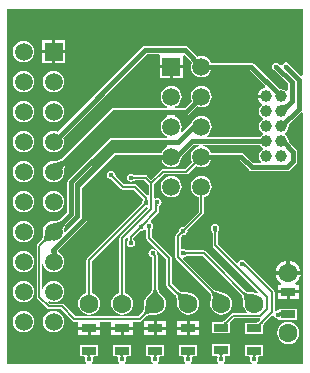
<source format=gtl>
G04 Layer_Physical_Order=1*
G04 Layer_Color=255*
%FSLAX25Y25*%
%MOIN*%
G70*
G01*
G75*
%ADD10R,0.05118X0.02756*%
%ADD11C,0.00787*%
%ADD12C,0.01575*%
%ADD13C,0.00591*%
%ADD14R,0.05905X0.05905*%
%ADD15C,0.05905*%
%ADD16R,0.05905X0.05905*%
%ADD17C,0.06299*%
%ADD18C,0.03937*%
%ADD19C,0.01772*%
G36*
X154165Y173195D02*
X153716Y173009D01*
X152996Y172457D01*
X152444Y171737D01*
X152264Y171305D01*
X136929D01*
X136430Y171205D01*
X136007Y170923D01*
X125259Y160175D01*
X124976Y159752D01*
X124877Y159253D01*
Y149556D01*
X120098Y144777D01*
X119819Y144914D01*
X119667Y145052D01*
X119672Y145356D01*
X119693Y145656D01*
X119730Y145935D01*
X119782Y146193D01*
X119849Y146430D01*
X119929Y146647D01*
X120023Y146844D01*
X120129Y147023D01*
X120248Y147185D01*
X120398Y147351D01*
X120410Y147384D01*
X122970Y149944D01*
X123252Y150367D01*
X123352Y150866D01*
Y160877D01*
X136170Y173695D01*
X154066D01*
X154165Y173195D01*
D02*
G37*
G36*
X120003Y147708D02*
X119834Y147522D01*
X119684Y147317D01*
X119552Y147095D01*
X119438Y146854D01*
X119342Y146595D01*
X119264Y146318D01*
X119204Y146023D01*
X119163Y145710D01*
X119139Y145379D01*
X119134Y145029D01*
X116211Y147953D01*
X116560Y147958D01*
X116891Y147982D01*
X117204Y148023D01*
X117499Y148083D01*
X117776Y148161D01*
X118035Y148257D01*
X118276Y148371D01*
X118498Y148503D01*
X118703Y148653D01*
X118889Y148822D01*
X120003Y147708D01*
D02*
G37*
G36*
X172744Y104146D02*
X172677Y104122D01*
X172618Y104083D01*
X172567Y104028D01*
X172524Y103957D01*
X172488Y103870D01*
X172461Y103768D01*
X172441Y103650D01*
X172432Y103548D01*
X172434Y103517D01*
X172446Y103435D01*
X172462Y103359D01*
X172483Y103287D01*
X172508Y103221D01*
X172538Y103159D01*
X172573Y103103D01*
X172612Y103052D01*
X172656Y103006D01*
X171416Y102984D01*
X171458Y103031D01*
X171496Y103084D01*
X171529Y103141D01*
X171558Y103203D01*
X171582Y103270D01*
X171602Y103342D01*
X171618Y103419D01*
X171629Y103501D01*
X171632Y103539D01*
X171622Y103650D01*
X171602Y103768D01*
X171575Y103870D01*
X171539Y103957D01*
X171496Y104028D01*
X171445Y104083D01*
X171386Y104122D01*
X171319Y104146D01*
X171244Y104154D01*
X172819D01*
X172744Y104146D01*
D02*
G37*
G36*
X183744Y103886D02*
X183677Y103862D01*
X183618Y103823D01*
X183567Y103768D01*
X183524Y103697D01*
X183488Y103610D01*
X183461Y103508D01*
X183449Y103436D01*
X183463Y103370D01*
X183484Y103299D01*
X183510Y103233D01*
X183541Y103173D01*
X183577Y103117D01*
X183617Y103067D01*
X183662Y103022D01*
X182423Y102967D01*
X182464Y103015D01*
X182501Y103068D01*
X182533Y103126D01*
X182561Y103189D01*
X182584Y103256D01*
X182604Y103329D01*
X182618Y103406D01*
X182619Y103409D01*
X182602Y103508D01*
X182575Y103610D01*
X182539Y103697D01*
X182496Y103768D01*
X182445Y103823D01*
X182386Y103862D01*
X182319Y103886D01*
X182244Y103894D01*
X183819D01*
X183744Y103886D01*
D02*
G37*
G36*
X147443Y155761D02*
X147450Y155674D01*
X147461Y155593D01*
X147477Y155516D01*
X147497Y155444D01*
X147522Y155377D01*
X147552Y155316D01*
X147586Y155259D01*
X147624Y155207D01*
X147667Y155160D01*
X146427D01*
X146470Y155207D01*
X146509Y155259D01*
X146543Y155316D01*
X146572Y155377D01*
X146597Y155444D01*
X146617Y155516D01*
X146633Y155593D01*
X146644Y155674D01*
X146651Y155761D01*
X146653Y155853D01*
X147441D01*
X147443Y155761D01*
D02*
G37*
G36*
X136322Y163707D02*
X136331Y163643D01*
X136347Y163579D01*
X136370Y163515D01*
X136400Y163450D01*
X136436Y163385D01*
X136479Y163319D01*
X136529Y163253D01*
X136585Y163187D01*
X136648Y163121D01*
X136092Y162564D01*
X136025Y162627D01*
X135959Y162684D01*
X135893Y162734D01*
X135828Y162777D01*
X135763Y162813D01*
X135698Y162843D01*
X135634Y162865D01*
X135569Y162882D01*
X135505Y162891D01*
X135442Y162894D01*
X136319Y163771D01*
X136322Y163707D01*
D02*
G37*
G36*
X146449Y147217D02*
X146386Y147150D01*
X146331Y147084D01*
X146282Y147018D01*
X146242Y146952D01*
X146209Y146887D01*
X146183Y146822D01*
X146165Y146758D01*
X146154Y146694D01*
X146150Y146630D01*
X146154Y146567D01*
X145183Y147338D01*
X145244Y147347D01*
X145306Y147362D01*
X145369Y147384D01*
X145432Y147411D01*
X145495Y147445D01*
X145559Y147484D01*
X145624Y147530D01*
X145689Y147581D01*
X145821Y147702D01*
X146449Y147217D01*
D02*
G37*
G36*
X151062Y153882D02*
X151010Y153860D01*
X150963Y153831D01*
X150922Y153793D01*
X150886Y153747D01*
X150856Y153694D01*
X150831Y153632D01*
X150812Y153563D01*
X150798Y153486D01*
X150790Y153400D01*
X150787Y153307D01*
X150000Y153787D01*
X150000Y153886D01*
X149973Y154353D01*
X149965Y154388D01*
X149957Y154415D01*
X151062Y153882D01*
D02*
G37*
G36*
X116182Y144213D02*
X116127Y144202D01*
X116055Y144169D01*
X115966Y144115D01*
X115860Y144039D01*
X115596Y143821D01*
X115073Y143332D01*
X114969Y143230D01*
X116152Y142047D01*
X115700Y142045D01*
X114896Y141999D01*
X114545Y141955D01*
X114227Y141897D01*
X113942Y141825D01*
X113691Y141740D01*
X113473Y141640D01*
X113288Y141527D01*
X113137Y141400D01*
X112581Y141956D01*
X112708Y142107D01*
X112821Y142292D01*
X112921Y142510D01*
X113006Y142761D01*
X113078Y143045D01*
X113136Y143364D01*
X113180Y143715D01*
X113226Y144519D01*
X113228Y144971D01*
X114411Y143788D01*
X114513Y143891D01*
X115296Y144785D01*
X115350Y144874D01*
X115383Y144946D01*
X115394Y145001D01*
X116182Y144213D01*
D02*
G37*
G36*
X150744Y103886D02*
X150677Y103862D01*
X150618Y103823D01*
X150567Y103768D01*
X150524Y103697D01*
X150488Y103610D01*
X150461Y103508D01*
X150449Y103440D01*
X150461Y103382D01*
X150482Y103310D01*
X150507Y103244D01*
X150536Y103182D01*
X150570Y103125D01*
X150609Y103073D01*
X150652Y103026D01*
X149411D01*
X149454Y103073D01*
X149493Y103125D01*
X149527Y103182D01*
X149556Y103244D01*
X149581Y103310D01*
X149602Y103382D01*
X149614Y103440D01*
X149602Y103508D01*
X149575Y103610D01*
X149539Y103697D01*
X149496Y103768D01*
X149445Y103823D01*
X149386Y103862D01*
X149319Y103886D01*
X149244Y103894D01*
X150819D01*
X150744Y103886D01*
D02*
G37*
G36*
X161736D02*
X161669Y103862D01*
X161610Y103823D01*
X161559Y103768D01*
X161516Y103697D01*
X161480Y103610D01*
X161453Y103508D01*
X161439Y103423D01*
X161453Y103351D01*
X161474Y103279D01*
X161499Y103212D01*
X161528Y103150D01*
X161562Y103094D01*
X161601Y103042D01*
X161644Y102995D01*
X160404D01*
X160447Y103042D01*
X160485Y103094D01*
X160519Y103150D01*
X160548Y103212D01*
X160573Y103279D01*
X160594Y103351D01*
X160609Y103423D01*
X160594Y103508D01*
X160567Y103610D01*
X160531Y103697D01*
X160488Y103768D01*
X160437Y103823D01*
X160378Y103862D01*
X160311Y103886D01*
X160236Y103894D01*
X161811D01*
X161736Y103886D01*
D02*
G37*
G36*
X150000Y117850D02*
X149511Y117848D01*
X148265Y117755D01*
X147923Y117694D01*
X147618Y117620D01*
X147349Y117531D01*
X147117Y117427D01*
X146922Y117308D01*
X146764Y117176D01*
X146207Y117733D01*
X146340Y117891D01*
X146458Y118086D01*
X146562Y118318D01*
X146651Y118586D01*
X146726Y118892D01*
X146786Y119234D01*
X146832Y119612D01*
X146880Y120480D01*
X146882Y120968D01*
X150000Y117850D01*
D02*
G37*
G36*
X157922Y124691D02*
X158117Y124573D01*
X158349Y124469D01*
X158618Y124380D01*
X158923Y124305D01*
X159265Y124245D01*
X159644Y124199D01*
X160511Y124152D01*
X161000Y124150D01*
X157882Y121031D01*
X157880Y121520D01*
X157786Y122766D01*
X157726Y123108D01*
X157651Y123414D01*
X157562Y123682D01*
X157458Y123914D01*
X157340Y124109D01*
X157207Y124267D01*
X157764Y124824D01*
X157922Y124691D01*
D02*
G37*
G36*
X128665Y103886D02*
X128598Y103862D01*
X128539Y103823D01*
X128488Y103768D01*
X128445Y103697D01*
X128409Y103610D01*
X128382Y103508D01*
X128368Y103423D01*
X128383Y103351D01*
X128403Y103279D01*
X128428Y103212D01*
X128457Y103150D01*
X128491Y103094D01*
X128530Y103042D01*
X128573Y102995D01*
X127333D01*
X127376Y103042D01*
X127414Y103094D01*
X127448Y103150D01*
X127478Y103212D01*
X127503Y103279D01*
X127523Y103351D01*
X127538Y103423D01*
X127524Y103508D01*
X127496Y103610D01*
X127461Y103697D01*
X127417Y103768D01*
X127366Y103823D01*
X127307Y103862D01*
X127240Y103886D01*
X127165Y103894D01*
X128740D01*
X128665Y103886D01*
D02*
G37*
G36*
X116973Y138799D02*
X117009Y138422D01*
X117041Y138261D01*
X117081Y138118D01*
X117131Y137994D01*
X117190Y137888D01*
X117257Y137800D01*
X117334Y137731D01*
X117420Y137680D01*
X114942D01*
X115028Y137731D01*
X115105Y137800D01*
X115173Y137888D01*
X115231Y137994D01*
X115281Y138118D01*
X115322Y138261D01*
X115353Y138422D01*
X115376Y138601D01*
X115389Y138799D01*
X115394Y139015D01*
X116969D01*
X116973Y138799D01*
D02*
G37*
G36*
X150443Y125809D02*
X150498Y125587D01*
X150588Y125350D01*
X150715Y125097D01*
X150878Y124828D01*
X151077Y124544D01*
X151313Y124244D01*
X151892Y123597D01*
X152236Y123249D01*
X147827D01*
X148171Y123597D01*
X148986Y124544D01*
X149185Y124828D01*
X149348Y125097D01*
X149475Y125350D01*
X149565Y125587D01*
X149620Y125809D01*
X149638Y126015D01*
X150425D01*
X150443Y125809D01*
D02*
G37*
G36*
X139689Y103886D02*
X139622Y103862D01*
X139563Y103823D01*
X139512Y103768D01*
X139469Y103697D01*
X139433Y103610D01*
X139406Y103508D01*
X139391Y103423D01*
X139406Y103351D01*
X139427Y103279D01*
X139452Y103212D01*
X139481Y103150D01*
X139515Y103094D01*
X139553Y103042D01*
X139596Y102995D01*
X138356D01*
X138399Y103042D01*
X138438Y103094D01*
X138472Y103150D01*
X138501Y103212D01*
X138526Y103279D01*
X138547Y103351D01*
X138561Y103423D01*
X138547Y103508D01*
X138520Y103610D01*
X138484Y103697D01*
X138441Y103768D01*
X138390Y103823D01*
X138331Y103862D01*
X138264Y103886D01*
X138189Y103894D01*
X139764D01*
X139689Y103886D01*
D02*
G37*
G36*
X120003Y167708D02*
X119834Y167522D01*
X119684Y167317D01*
X119552Y167095D01*
X119438Y166854D01*
X119342Y166595D01*
X119264Y166318D01*
X119204Y166023D01*
X119163Y165710D01*
X119139Y165379D01*
X119134Y165030D01*
X116211Y167953D01*
X116560Y167958D01*
X116891Y167982D01*
X117204Y168023D01*
X117499Y168083D01*
X117776Y168161D01*
X118035Y168257D01*
X118276Y168371D01*
X118498Y168503D01*
X118703Y168653D01*
X118889Y168822D01*
X120003Y167708D01*
D02*
G37*
G36*
X165453Y169213D02*
X165399Y169202D01*
X165327Y169169D01*
X165238Y169115D01*
X165131Y169039D01*
X164868Y168821D01*
X164344Y168332D01*
X164135Y168126D01*
X163579Y168683D01*
X163785Y168891D01*
X164567Y169785D01*
X164622Y169874D01*
X164655Y169946D01*
X164665Y170001D01*
X165453Y169213D01*
D02*
G37*
G36*
X194794Y186574D02*
X194659Y186431D01*
X194539Y186286D01*
X194434Y186138D01*
X194342Y185989D01*
X194265Y185836D01*
X194202Y185682D01*
X194154Y185525D01*
X194120Y185365D01*
X194100Y185204D01*
X194094Y185039D01*
X192146Y186988D01*
X192310Y186994D01*
X192472Y187013D01*
X192631Y187048D01*
X192788Y187096D01*
X192943Y187159D01*
X193095Y187236D01*
X193245Y187327D01*
X193392Y187433D01*
X193537Y187553D01*
X193680Y187687D01*
X194794Y186574D01*
D02*
G37*
G36*
X199197Y197056D02*
X198697Y196849D01*
X194980Y200566D01*
X194694Y200993D01*
X194238Y201298D01*
X193701Y201405D01*
X193163Y201298D01*
X192707Y200993D01*
X192429Y200576D01*
X192324Y200499D01*
X191921Y200377D01*
X191732Y200566D01*
X191446Y200993D01*
X190990Y201298D01*
X190453Y201405D01*
X189915Y201298D01*
X189459Y200993D01*
X189155Y200538D01*
X189048Y200000D01*
X189155Y199462D01*
X189459Y199006D01*
X189887Y198721D01*
X194266Y194342D01*
Y192077D01*
X193766Y191883D01*
X193086Y192338D01*
X192126Y192528D01*
X191572Y192418D01*
X183068Y200922D01*
X182645Y201205D01*
X182146Y201305D01*
X168641D01*
X168462Y201737D01*
X167910Y202457D01*
X167190Y203009D01*
X166352Y203356D01*
X165453Y203475D01*
X164553Y203356D01*
X164121Y203177D01*
X160863Y206434D01*
X160440Y206717D01*
X159941Y206816D01*
X146693D01*
X146194Y206717D01*
X145770Y206434D01*
X117513Y178177D01*
X117080Y178356D01*
X116181Y178475D01*
X115282Y178356D01*
X114444Y178009D01*
X113724Y177457D01*
X113172Y176737D01*
X112825Y175899D01*
X112706Y175000D01*
X112825Y174101D01*
X113172Y173263D01*
X113724Y172543D01*
X114444Y171991D01*
X115282Y171644D01*
X116181Y171525D01*
X117080Y171644D01*
X117918Y171991D01*
X118638Y172543D01*
X119190Y173263D01*
X119537Y174101D01*
X119656Y175000D01*
X119537Y175899D01*
X119358Y176332D01*
X147233Y204207D01*
X151128D01*
X151516Y203937D01*
X151516Y203707D01*
Y200591D01*
X159390D01*
Y203511D01*
X159890Y203718D01*
X162276Y201332D01*
X162097Y200899D01*
X161978Y200000D01*
X162097Y199101D01*
X162444Y198263D01*
X162996Y197543D01*
X163716Y196991D01*
X164553Y196644D01*
X165453Y196525D01*
X166352Y196644D01*
X167190Y196991D01*
X167910Y197543D01*
X168462Y198263D01*
X168641Y198695D01*
X181605D01*
X186837Y193464D01*
X186657Y192936D01*
X186355Y192896D01*
X185637Y192599D01*
X185020Y192126D01*
X184547Y191509D01*
X184249Y190790D01*
X184225Y190610D01*
X187126D01*
Y189429D01*
X184225D01*
X184249Y189249D01*
X184547Y188531D01*
X185020Y187914D01*
X185536Y187518D01*
X185614Y186969D01*
X185352Y186794D01*
X184808Y185980D01*
X184617Y185020D01*
X184808Y184060D01*
X185352Y183246D01*
X186023Y182798D01*
X186043Y182733D01*
Y182306D01*
X186023Y182242D01*
X185352Y181794D01*
X184808Y180980D01*
X184617Y180020D01*
X184808Y179060D01*
X185352Y178246D01*
X186023Y177797D01*
X186043Y177733D01*
Y177306D01*
X186023Y177242D01*
X185352Y176794D01*
X185157Y176501D01*
X167315D01*
X167199Y176957D01*
X167204Y177001D01*
X167910Y177543D01*
X168462Y178263D01*
X168809Y179101D01*
X168927Y180000D01*
X168809Y180899D01*
X168462Y181737D01*
X167910Y182457D01*
X167190Y183009D01*
X166352Y183356D01*
X165453Y183475D01*
X164553Y183356D01*
X163716Y183009D01*
X162996Y182457D01*
X162444Y181737D01*
X162227Y181215D01*
X162178Y181205D01*
X161755Y180922D01*
X158938Y178106D01*
X158514Y178389D01*
X158809Y179101D01*
X158927Y180000D01*
X158809Y180899D01*
X158462Y181737D01*
X157910Y182457D01*
X157190Y183009D01*
X156740Y183195D01*
X156840Y183695D01*
X160453D01*
X160952Y183795D01*
X161375Y184078D01*
X164121Y186823D01*
X164553Y186644D01*
X165453Y186525D01*
X166352Y186644D01*
X167190Y186991D01*
X167910Y187543D01*
X168462Y188263D01*
X168809Y189101D01*
X168927Y190000D01*
X168809Y190899D01*
X168462Y191737D01*
X167910Y192457D01*
X167190Y193009D01*
X166352Y193356D01*
X165453Y193475D01*
X164553Y193356D01*
X163716Y193009D01*
X162996Y192457D01*
X162444Y191737D01*
X162097Y190899D01*
X161978Y190000D01*
X162097Y189101D01*
X162276Y188668D01*
X159912Y186305D01*
X156840D01*
X156740Y186805D01*
X157190Y186991D01*
X157910Y187543D01*
X158462Y188263D01*
X158809Y189101D01*
X158927Y190000D01*
X158809Y190899D01*
X158462Y191737D01*
X157910Y192457D01*
X157190Y193009D01*
X156352Y193356D01*
X155453Y193475D01*
X154553Y193356D01*
X153716Y193009D01*
X152996Y192457D01*
X152444Y191737D01*
X152097Y190899D01*
X151978Y190000D01*
X152097Y189101D01*
X152444Y188263D01*
X152996Y187543D01*
X153716Y186991D01*
X154165Y186805D01*
X154066Y186305D01*
X136181D01*
X135682Y186205D01*
X135259Y185923D01*
X118565Y169229D01*
X118532Y169217D01*
X118366Y169067D01*
X118204Y168948D01*
X118025Y168842D01*
X117828Y168748D01*
X117611Y168668D01*
X117374Y168601D01*
X117116Y168549D01*
X116837Y168512D01*
X116537Y168491D01*
X116202Y168485D01*
X116176Y168474D01*
X115282Y168356D01*
X114444Y168009D01*
X113724Y167457D01*
X113172Y166737D01*
X112825Y165899D01*
X112706Y165000D01*
X112825Y164101D01*
X113172Y163263D01*
X113724Y162543D01*
X114444Y161991D01*
X115282Y161644D01*
X116181Y161525D01*
X117080Y161644D01*
X117918Y161991D01*
X118638Y162543D01*
X119190Y163263D01*
X119537Y164101D01*
X119655Y164995D01*
X119666Y165021D01*
X119672Y165356D01*
X119693Y165656D01*
X119730Y165935D01*
X119782Y166193D01*
X119849Y166430D01*
X119929Y166647D01*
X120023Y166844D01*
X120129Y167023D01*
X120248Y167185D01*
X120398Y167351D01*
X120410Y167384D01*
X136722Y183695D01*
X154066D01*
X154165Y183195D01*
X153716Y183009D01*
X152996Y182457D01*
X152444Y181737D01*
X152097Y180899D01*
X151978Y180000D01*
X152097Y179101D01*
X152444Y178263D01*
X152996Y177543D01*
X153716Y176991D01*
X154165Y176805D01*
X154066Y176305D01*
X135630D01*
X135131Y176205D01*
X134707Y175923D01*
X121125Y162340D01*
X120842Y161917D01*
X120743Y161417D01*
Y151407D01*
X118565Y149229D01*
X118532Y149217D01*
X118366Y149067D01*
X118204Y148948D01*
X118025Y148842D01*
X117828Y148748D01*
X117611Y148668D01*
X117374Y148601D01*
X117116Y148549D01*
X116837Y148512D01*
X116537Y148491D01*
X116202Y148485D01*
X116176Y148474D01*
X115282Y148356D01*
X114444Y148009D01*
X113724Y147457D01*
X113172Y146737D01*
X112825Y145899D01*
X112706Y145000D01*
X112707Y144999D01*
X112696Y144973D01*
X112694Y144535D01*
X112649Y143764D01*
X112609Y143444D01*
X112557Y143158D01*
X112495Y142912D01*
X112425Y142707D01*
X112350Y142543D01*
X112275Y142420D01*
X112173Y142300D01*
X112159Y142256D01*
X110779Y140875D01*
X110583Y140582D01*
X110514Y140236D01*
Y123228D01*
X110583Y122883D01*
X110779Y122590D01*
X113928Y119440D01*
X114221Y119244D01*
X114567Y119176D01*
X118524D01*
X122487Y115212D01*
X122780Y115016D01*
X123126Y114947D01*
X124488D01*
Y113232D01*
X131575D01*
Y114947D01*
X135488D01*
Y113232D01*
X142575D01*
Y114947D01*
X144882D01*
X145228Y115016D01*
X145520Y115212D01*
X147063Y116754D01*
X147106Y116768D01*
X147233Y116874D01*
X147365Y116954D01*
X147543Y117034D01*
X147765Y117107D01*
X148033Y117173D01*
X148331Y117226D01*
X149532Y117316D01*
X150002Y117318D01*
X150026Y117328D01*
X150031Y117327D01*
X150982Y117452D01*
X151868Y117819D01*
X152629Y118403D01*
X153212Y119163D01*
X153579Y120049D01*
X153705Y121000D01*
X153579Y121951D01*
X153212Y122837D01*
X152629Y123597D01*
X152624Y123601D01*
X152615Y123624D01*
X152280Y123962D01*
X151721Y124586D01*
X151505Y124861D01*
X151324Y125119D01*
X151181Y125355D01*
X151076Y125565D01*
X151007Y125746D01*
X150970Y125896D01*
X150956Y126061D01*
X150935Y126102D01*
Y136976D01*
X150866Y137322D01*
X150670Y137615D01*
X150596Y137689D01*
X150618Y137795D01*
X150511Y138333D01*
X150275Y138685D01*
X150663Y139004D01*
X153821Y135846D01*
Y127307D01*
X153890Y126962D01*
X154086Y126669D01*
X156785Y123969D01*
X156799Y123925D01*
X156906Y123798D01*
X156986Y123666D01*
X157065Y123489D01*
X157139Y123266D01*
X157204Y122999D01*
X157257Y122700D01*
X157347Y121499D01*
X157349Y121029D01*
X157359Y121006D01*
X157358Y121000D01*
X157483Y120049D01*
X157851Y119163D01*
X158434Y118403D01*
X159195Y117819D01*
X160081Y117452D01*
X161031Y117327D01*
X161982Y117452D01*
X162868Y117819D01*
X163629Y118403D01*
X164213Y119163D01*
X164579Y120049D01*
X164705Y121000D01*
X164579Y121951D01*
X164213Y122837D01*
X163629Y123597D01*
X162868Y124181D01*
X161982Y124548D01*
X161031Y124673D01*
X161026Y124672D01*
X161002Y124682D01*
X160527Y124684D01*
X159690Y124730D01*
X159343Y124772D01*
X159033Y124827D01*
X158765Y124892D01*
X158543Y124967D01*
X158365Y125046D01*
X158233Y125126D01*
X158106Y125233D01*
X158063Y125246D01*
X155628Y127681D01*
Y136221D01*
X155559Y136566D01*
X155363Y136859D01*
X148935Y143288D01*
Y145797D01*
X149025Y145857D01*
X149329Y146313D01*
X149436Y146850D01*
X149329Y147388D01*
X149025Y147844D01*
X148713Y148053D01*
X148572Y148619D01*
X151032Y151079D01*
X151228Y151373D01*
X151297Y151718D01*
Y153240D01*
X151320Y153291D01*
X151322Y153367D01*
X151327Y153413D01*
X151329Y153429D01*
X151781Y153731D01*
X152085Y154187D01*
X152192Y154724D01*
X152085Y155262D01*
X151781Y155718D01*
X151325Y156022D01*
X150787Y156129D01*
X150250Y156022D01*
X150222Y156004D01*
X149722Y156271D01*
Y160650D01*
X153130Y164057D01*
X160413D01*
X160759Y164126D01*
X161052Y164322D01*
X163719Y166989D01*
X164553Y166644D01*
X165453Y166525D01*
X166352Y166644D01*
X167190Y166991D01*
X167910Y167543D01*
X168462Y168263D01*
X168641Y168695D01*
X178279D01*
X181361Y165613D01*
X181784Y165330D01*
X182283Y165231D01*
X194095D01*
X194594Y165330D01*
X195017Y165613D01*
X196985Y167581D01*
X197268Y168005D01*
X197368Y168504D01*
Y171653D01*
X197268Y172153D01*
X196985Y172576D01*
X194619Y174942D01*
X194635Y175020D01*
X194444Y175980D01*
X193900Y176794D01*
X193229Y177242D01*
X193209Y177306D01*
Y177733D01*
X193229Y177797D01*
X193900Y178246D01*
X194444Y179060D01*
X194635Y180020D01*
X194525Y180573D01*
X198697Y184746D01*
X199197Y184539D01*
Y100803D01*
X184117D01*
X183966Y101303D01*
X184064Y101369D01*
X184369Y101824D01*
X184476Y102362D01*
X184371Y102890D01*
X184369Y102900D01*
X184643Y103390D01*
X186083D01*
Y107130D01*
X179980D01*
Y103390D01*
X181499D01*
X181773Y102900D01*
X181771Y102890D01*
X181666Y102362D01*
X181773Y101824D01*
X182077Y101369D01*
X182176Y101303D01*
X182025Y100803D01*
X173094D01*
X172942Y101303D01*
X173041Y101369D01*
X173345Y101824D01*
X173452Y102362D01*
X173345Y102900D01*
X173178Y103150D01*
X173396Y103622D01*
X173448Y103650D01*
X175083D01*
Y107390D01*
X168980D01*
Y103650D01*
X170625D01*
X170641Y103645D01*
X170652Y103637D01*
X170758Y103550D01*
X170787Y103515D01*
X170916Y103150D01*
X170749Y102900D01*
X170642Y102362D01*
X170749Y101824D01*
X171054Y101369D01*
X171152Y101303D01*
X171001Y100803D01*
X162070D01*
X161918Y101303D01*
X162017Y101369D01*
X162322Y101824D01*
X162429Y102362D01*
X162324Y102890D01*
X162322Y102900D01*
X162596Y103390D01*
X164083D01*
Y107130D01*
X157980D01*
Y103390D01*
X159452D01*
X159726Y102900D01*
X159724Y102890D01*
X159619Y102362D01*
X159726Y101824D01*
X160030Y101369D01*
X160129Y101303D01*
X159977Y100803D01*
X151031D01*
X150879Y101303D01*
X151025Y101400D01*
X151330Y101856D01*
X151436Y102394D01*
X151338Y102890D01*
X151345Y102955D01*
X151625Y103390D01*
X153083D01*
Y107130D01*
X146980D01*
Y103390D01*
X148438D01*
X148718Y102955D01*
X148725Y102890D01*
X148626Y102394D01*
X148733Y101856D01*
X149038Y101400D01*
X149184Y101303D01*
X149032Y100803D01*
X140023D01*
X139871Y101303D01*
X139970Y101369D01*
X140274Y101824D01*
X140381Y102362D01*
X140276Y102890D01*
X140274Y102900D01*
X140548Y103390D01*
X142083D01*
Y107130D01*
X135980D01*
Y103390D01*
X137404D01*
X137678Y102900D01*
X137676Y102890D01*
X137571Y102362D01*
X137678Y101824D01*
X137983Y101369D01*
X138082Y101303D01*
X137930Y100803D01*
X128999D01*
X128848Y101303D01*
X128946Y101369D01*
X129251Y101824D01*
X129358Y102362D01*
X129253Y102890D01*
X129251Y102900D01*
X129525Y103390D01*
X131083D01*
Y107130D01*
X124980D01*
Y103390D01*
X126381D01*
X126655Y102900D01*
X126653Y102890D01*
X126548Y102362D01*
X126655Y101824D01*
X126959Y101369D01*
X127058Y101303D01*
X126906Y100803D01*
X100803D01*
Y219197D01*
X199197D01*
Y197056D01*
D02*
G37*
G36*
X185352Y173246D02*
X186023Y172798D01*
X186043Y172733D01*
Y172306D01*
X186023Y172242D01*
X185352Y171794D01*
X184808Y170980D01*
X184617Y170020D01*
X184808Y169060D01*
X185289Y168340D01*
X185127Y167840D01*
X182824D01*
X179741Y170923D01*
X179318Y171205D01*
X178819Y171305D01*
X168641D01*
X168462Y171737D01*
X167910Y172457D01*
X167190Y173009D01*
X166352Y173356D01*
X166078Y173392D01*
X166111Y173892D01*
X184920D01*
X185352Y173246D01*
D02*
G37*
G36*
X164827Y173392D02*
X164553Y173356D01*
X163716Y173009D01*
X162996Y172457D01*
X162444Y171737D01*
X162097Y170899D01*
X161978Y170000D01*
X162097Y169101D01*
X162442Y168267D01*
X160039Y165864D01*
X152756D01*
X152410Y165795D01*
X152117Y165599D01*
X148819Y162301D01*
X147489Y163631D01*
X147196Y163827D01*
X146850Y163895D01*
X143180D01*
X143119Y163986D01*
X142664Y164290D01*
X142126Y164397D01*
X141588Y164290D01*
X141132Y163986D01*
X140828Y163530D01*
X140721Y162992D01*
X140828Y162454D01*
X141132Y161999D01*
X141588Y161694D01*
X142126Y161587D01*
X142664Y161694D01*
X143119Y161999D01*
X143180Y162089D01*
X146476D01*
X147916Y160650D01*
Y157218D01*
X147416Y157011D01*
X143946Y160481D01*
X143653Y160677D01*
X143307Y160746D01*
X139744D01*
X137055Y163435D01*
X137034Y163488D01*
X136981Y163544D01*
X136944Y163587D01*
X136914Y163627D01*
X136892Y163661D01*
X136875Y163690D01*
X136864Y163715D01*
X136858Y163733D01*
X136854Y163748D01*
X136853Y163758D01*
X136851Y163794D01*
X136823Y163853D01*
X136731Y164317D01*
X136426Y164773D01*
X135971Y165077D01*
X135433Y165184D01*
X134895Y165077D01*
X134440Y164773D01*
X134135Y164317D01*
X134028Y163779D01*
X134135Y163242D01*
X134440Y162786D01*
X134895Y162481D01*
X135360Y162389D01*
X135419Y162362D01*
X135455Y162360D01*
X135465Y162358D01*
X135479Y162355D01*
X135498Y162348D01*
X135522Y162337D01*
X135552Y162321D01*
X135586Y162298D01*
X135625Y162269D01*
X135668Y162232D01*
X135724Y162178D01*
X135777Y162158D01*
X138731Y159204D01*
X139024Y159008D01*
X139370Y158939D01*
X142933D01*
X146117Y155756D01*
X146115Y155732D01*
X146108Y155683D01*
X146100Y155643D01*
X146090Y155610D01*
X146081Y155586D01*
X146072Y155567D01*
X146065Y155555D01*
X146059Y155547D01*
X146035Y155520D01*
X146012Y155459D01*
X145749Y155065D01*
X145642Y154528D01*
X145663Y154421D01*
X127393Y136151D01*
X127197Y135857D01*
X127128Y135512D01*
Y124554D01*
X127081Y124548D01*
X126195Y124181D01*
X125434Y123597D01*
X124850Y122837D01*
X124484Y121951D01*
X124358Y121000D01*
X124484Y120049D01*
X124850Y119163D01*
X125434Y118403D01*
X126195Y117819D01*
X127081Y117452D01*
X128032Y117327D01*
X128982Y117452D01*
X129868Y117819D01*
X130629Y118403D01*
X131212Y119163D01*
X131579Y120049D01*
X131705Y121000D01*
X131579Y121951D01*
X131212Y122837D01*
X130629Y123597D01*
X129868Y124181D01*
X128982Y124548D01*
X128935Y124554D01*
Y135138D01*
X146941Y153144D01*
X147047Y153123D01*
X147565Y152740D01*
X147600Y152564D01*
X138393Y143357D01*
X138197Y143064D01*
X138128Y142718D01*
Y124554D01*
X138081Y124548D01*
X137195Y124181D01*
X136434Y123597D01*
X135851Y122837D01*
X135484Y121951D01*
X135358Y121000D01*
X135484Y120049D01*
X135851Y119163D01*
X136434Y118403D01*
X137195Y117819D01*
X138081Y117452D01*
X139032Y117327D01*
X139982Y117452D01*
X140868Y117819D01*
X141629Y118403D01*
X142212Y119163D01*
X142579Y120049D01*
X142705Y121000D01*
X142579Y121951D01*
X142212Y122837D01*
X141629Y123597D01*
X140868Y124181D01*
X139982Y124548D01*
X139935Y124554D01*
Y142344D01*
X140526Y142935D01*
X141026Y142728D01*
Y142195D01*
X140936Y142135D01*
X140631Y141679D01*
X140524Y141142D01*
X140631Y140604D01*
X140936Y140148D01*
X141392Y139844D01*
X141929Y139737D01*
X142467Y139844D01*
X142923Y140148D01*
X143227Y140604D01*
X143334Y141142D01*
X143227Y141679D01*
X142923Y142135D01*
X142832Y142195D01*
Y142736D01*
X145169Y145073D01*
X145276Y145052D01*
X145813Y145159D01*
X146269Y145463D01*
X146281Y145482D01*
X146913Y145573D01*
X147128Y145393D01*
Y142913D01*
X147197Y142568D01*
X147393Y142275D01*
X150421Y139246D01*
X150103Y138858D01*
X149750Y139093D01*
X149213Y139200D01*
X148675Y139093D01*
X148219Y138789D01*
X147915Y138333D01*
X147808Y137795D01*
X147915Y137258D01*
X148219Y136802D01*
X148675Y136497D01*
X149128Y136407D01*
Y126102D01*
X149107Y126061D01*
X149093Y125896D01*
X149056Y125746D01*
X148987Y125565D01*
X148881Y125355D01*
X148739Y125119D01*
X148565Y124871D01*
X147779Y123958D01*
X147448Y123624D01*
X147439Y123601D01*
X147434Y123597D01*
X146851Y122837D01*
X146484Y121951D01*
X146358Y121000D01*
X146359Y120994D01*
X146349Y120971D01*
X146347Y120496D01*
X146301Y119659D01*
X146259Y119312D01*
X146204Y119001D01*
X146139Y118734D01*
X146065Y118511D01*
X145986Y118334D01*
X145906Y118202D01*
X145799Y118075D01*
X145785Y118031D01*
X144508Y116754D01*
X123500D01*
X119536Y120717D01*
X119243Y120913D01*
X118898Y120982D01*
X114941D01*
X114494Y121429D01*
X114777Y121853D01*
X115282Y121644D01*
X116181Y121525D01*
X117080Y121644D01*
X117918Y121991D01*
X118638Y122543D01*
X119190Y123263D01*
X119537Y124101D01*
X119656Y125000D01*
X119537Y125899D01*
X119190Y126737D01*
X118638Y127457D01*
X117918Y128009D01*
X117080Y128356D01*
X116181Y128475D01*
X115282Y128356D01*
X114444Y128009D01*
X113724Y127457D01*
X113172Y126737D01*
X112825Y125899D01*
X112820Y125866D01*
X112320Y125899D01*
Y134101D01*
X112820Y134134D01*
X112825Y134101D01*
X113172Y133263D01*
X113724Y132543D01*
X114444Y131991D01*
X115282Y131644D01*
X116181Y131525D01*
X117080Y131644D01*
X117918Y131991D01*
X118638Y132543D01*
X119190Y133263D01*
X119537Y134101D01*
X119656Y135000D01*
X119537Y135899D01*
X119190Y136737D01*
X118638Y137457D01*
X117918Y138009D01*
X117730Y138087D01*
X117692Y138138D01*
X117658Y138472D01*
X117661Y138650D01*
X127104Y148093D01*
X127387Y148516D01*
X127486Y149015D01*
Y158712D01*
X137469Y168695D01*
X152264D01*
X152444Y168263D01*
X152996Y167543D01*
X153716Y166991D01*
X154553Y166644D01*
X155453Y166525D01*
X156352Y166644D01*
X157190Y166991D01*
X157910Y167543D01*
X158462Y168263D01*
X158809Y169101D01*
X158927Y170000D01*
X158919Y170066D01*
X162745Y173892D01*
X164794D01*
X164827Y173392D01*
D02*
G37*
%LPC*%
G36*
X127539Y112248D02*
X124488D01*
Y110378D01*
X127539D01*
Y112248D01*
D02*
G37*
G36*
X131575D02*
X128524D01*
Y110378D01*
X131575D01*
Y112248D01*
D02*
G37*
G36*
X164575Y115102D02*
X161524D01*
Y113232D01*
X164575D01*
Y115102D01*
D02*
G37*
G36*
X120118Y208937D02*
X116772D01*
Y205591D01*
X120118D01*
Y208937D01*
D02*
G37*
G36*
X106181Y128475D02*
X105282Y128356D01*
X104444Y128009D01*
X103724Y127457D01*
X103172Y126737D01*
X102825Y125899D01*
X102707Y125000D01*
X102825Y124101D01*
X103172Y123263D01*
X103724Y122543D01*
X104444Y121991D01*
X105282Y121644D01*
X106181Y121525D01*
X107080Y121644D01*
X107918Y121991D01*
X108638Y122543D01*
X109190Y123263D01*
X109537Y124101D01*
X109656Y125000D01*
X109537Y125899D01*
X109190Y126737D01*
X108638Y127457D01*
X107918Y128009D01*
X107080Y128356D01*
X106181Y128475D01*
D02*
G37*
G36*
X120118Y204409D02*
X116772D01*
Y201063D01*
X120118D01*
Y204409D01*
D02*
G37*
G36*
X106181Y208475D02*
X105282Y208356D01*
X104444Y208009D01*
X103724Y207457D01*
X103172Y206737D01*
X102825Y205899D01*
X102707Y205000D01*
X102825Y204101D01*
X103172Y203263D01*
X103724Y202543D01*
X104444Y201991D01*
X105282Y201644D01*
X106181Y201525D01*
X107080Y201644D01*
X107918Y201991D01*
X108638Y202543D01*
X109190Y203263D01*
X109537Y204101D01*
X109656Y205000D01*
X109537Y205899D01*
X109190Y206737D01*
X108638Y207457D01*
X107918Y208009D01*
X107080Y208356D01*
X106181Y208475D01*
D02*
G37*
G36*
X194421Y114854D02*
X193471Y114729D01*
X192585Y114362D01*
X191824Y113778D01*
X191240Y113018D01*
X190873Y112132D01*
X190748Y111181D01*
X190873Y110230D01*
X191240Y109344D01*
X191824Y108584D01*
X192585Y108000D01*
X193471Y107633D01*
X194421Y107508D01*
X195372Y107633D01*
X196258Y108000D01*
X197019Y108584D01*
X197602Y109344D01*
X197969Y110230D01*
X198094Y111181D01*
X197969Y112132D01*
X197602Y113018D01*
X197019Y113778D01*
X196258Y114362D01*
X195372Y114729D01*
X194421Y114854D01*
D02*
G37*
G36*
X115591Y208937D02*
X112244D01*
Y205591D01*
X115591D01*
Y208937D01*
D02*
G37*
G36*
X160539Y115102D02*
X157488D01*
Y113232D01*
X160539D01*
Y115102D01*
D02*
G37*
G36*
X153575Y112248D02*
X150524D01*
Y110378D01*
X153575D01*
Y112248D01*
D02*
G37*
G36*
X160539D02*
X157488D01*
Y110378D01*
X160539D01*
Y112248D01*
D02*
G37*
G36*
X149539D02*
X146488D01*
Y110378D01*
X149539D01*
Y112248D01*
D02*
G37*
G36*
X138539D02*
X135488D01*
Y110378D01*
X138539D01*
Y112248D01*
D02*
G37*
G36*
X142575D02*
X139524D01*
Y110378D01*
X142575D01*
Y112248D01*
D02*
G37*
G36*
X149539Y115102D02*
X146488D01*
Y113232D01*
X149539D01*
Y115102D01*
D02*
G37*
G36*
X153575D02*
X150524D01*
Y113232D01*
X153575D01*
Y115102D01*
D02*
G37*
G36*
X116181Y118475D02*
X115282Y118356D01*
X114444Y118009D01*
X113724Y117457D01*
X113172Y116737D01*
X112825Y115899D01*
X112706Y115000D01*
X112825Y114101D01*
X113172Y113263D01*
X113724Y112543D01*
X114444Y111991D01*
X115282Y111644D01*
X116181Y111525D01*
X117080Y111644D01*
X117918Y111991D01*
X118638Y112543D01*
X119190Y113263D01*
X119537Y114101D01*
X119656Y115000D01*
X119537Y115899D01*
X119190Y116737D01*
X118638Y117457D01*
X117918Y118009D01*
X117080Y118356D01*
X116181Y118475D01*
D02*
G37*
G36*
X164575Y112248D02*
X161524D01*
Y110378D01*
X164575D01*
Y112248D01*
D02*
G37*
G36*
X106181Y118475D02*
X105282Y118356D01*
X104444Y118009D01*
X103724Y117457D01*
X103172Y116737D01*
X102825Y115899D01*
X102707Y115000D01*
X102825Y114101D01*
X103172Y113263D01*
X103724Y112543D01*
X104444Y111991D01*
X105282Y111644D01*
X106181Y111525D01*
X107080Y111644D01*
X107918Y111991D01*
X108638Y112543D01*
X109190Y113263D01*
X109537Y114101D01*
X109656Y115000D01*
X109537Y115899D01*
X109190Y116737D01*
X108638Y117457D01*
X107918Y118009D01*
X107080Y118356D01*
X106181Y118475D01*
D02*
G37*
G36*
Y188475D02*
X105282Y188356D01*
X104444Y188009D01*
X103724Y187457D01*
X103172Y186737D01*
X102825Y185899D01*
X102707Y185000D01*
X102825Y184101D01*
X103172Y183263D01*
X103724Y182543D01*
X104444Y181991D01*
X105282Y181644D01*
X106181Y181525D01*
X107080Y181644D01*
X107918Y181991D01*
X108638Y182543D01*
X109190Y183263D01*
X109537Y184101D01*
X109656Y185000D01*
X109537Y185899D01*
X109190Y186737D01*
X108638Y187457D01*
X107918Y188009D01*
X107080Y188356D01*
X106181Y188475D01*
D02*
G37*
G36*
Y178475D02*
X105282Y178356D01*
X104444Y178009D01*
X103724Y177457D01*
X103172Y176737D01*
X102825Y175899D01*
X102707Y175000D01*
X102825Y174101D01*
X103172Y173263D01*
X103724Y172543D01*
X104444Y171991D01*
X105282Y171644D01*
X106181Y171525D01*
X107080Y171644D01*
X107918Y171991D01*
X108638Y172543D01*
X109190Y173263D01*
X109537Y174101D01*
X109656Y175000D01*
X109537Y175899D01*
X109190Y176737D01*
X108638Y177457D01*
X107918Y178009D01*
X107080Y178356D01*
X106181Y178475D01*
D02*
G37*
G36*
X116181Y188475D02*
X115282Y188356D01*
X114444Y188009D01*
X113724Y187457D01*
X113172Y186737D01*
X112825Y185899D01*
X112706Y185000D01*
X112825Y184101D01*
X113172Y183263D01*
X113724Y182543D01*
X114444Y181991D01*
X115282Y181644D01*
X116181Y181525D01*
X117080Y181644D01*
X117918Y181991D01*
X118638Y182543D01*
X119190Y183263D01*
X119537Y184101D01*
X119656Y185000D01*
X119537Y185899D01*
X119190Y186737D01*
X118638Y187457D01*
X117918Y188009D01*
X117080Y188356D01*
X116181Y188475D01*
D02*
G37*
G36*
Y198475D02*
X115282Y198356D01*
X114444Y198009D01*
X113724Y197457D01*
X113172Y196737D01*
X112825Y195899D01*
X112706Y195000D01*
X112825Y194101D01*
X113172Y193263D01*
X113724Y192543D01*
X114444Y191991D01*
X115282Y191644D01*
X116181Y191525D01*
X117080Y191644D01*
X117918Y191991D01*
X118638Y192543D01*
X119190Y193263D01*
X119537Y194101D01*
X119656Y195000D01*
X119537Y195899D01*
X119190Y196737D01*
X118638Y197457D01*
X117918Y198009D01*
X117080Y198356D01*
X116181Y198475D01*
D02*
G37*
G36*
X106181D02*
X105282Y198356D01*
X104444Y198009D01*
X103724Y197457D01*
X103172Y196737D01*
X102825Y195899D01*
X102707Y195000D01*
X102825Y194101D01*
X103172Y193263D01*
X103724Y192543D01*
X104444Y191991D01*
X105282Y191644D01*
X106181Y191525D01*
X107080Y191644D01*
X107918Y191991D01*
X108638Y192543D01*
X109190Y193263D01*
X109537Y194101D01*
X109656Y195000D01*
X109537Y195899D01*
X109190Y196737D01*
X108638Y197457D01*
X107918Y198009D01*
X107080Y198356D01*
X106181Y198475D01*
D02*
G37*
G36*
X155453Y163475D02*
X154553Y163356D01*
X153716Y163009D01*
X152996Y162457D01*
X152444Y161737D01*
X152097Y160899D01*
X151978Y160000D01*
X152097Y159101D01*
X152444Y158263D01*
X152996Y157543D01*
X153716Y156991D01*
X154553Y156644D01*
X155453Y156525D01*
X156352Y156644D01*
X157190Y156991D01*
X157910Y157543D01*
X158462Y158263D01*
X158809Y159101D01*
X158927Y160000D01*
X158809Y160899D01*
X158462Y161737D01*
X157910Y162457D01*
X157190Y163009D01*
X156352Y163356D01*
X155453Y163475D01*
D02*
G37*
G36*
X106181Y168475D02*
X105282Y168356D01*
X104444Y168009D01*
X103724Y167457D01*
X103172Y166737D01*
X102825Y165899D01*
X102707Y165000D01*
X102825Y164101D01*
X103172Y163263D01*
X103724Y162543D01*
X104444Y161991D01*
X105282Y161644D01*
X106181Y161525D01*
X107080Y161644D01*
X107918Y161991D01*
X108638Y162543D01*
X109190Y163263D01*
X109537Y164101D01*
X109656Y165000D01*
X109537Y165899D01*
X109190Y166737D01*
X108638Y167457D01*
X107918Y168009D01*
X107080Y168356D01*
X106181Y168475D01*
D02*
G37*
G36*
X116181Y158475D02*
X115282Y158356D01*
X114444Y158009D01*
X113724Y157457D01*
X113172Y156737D01*
X112825Y155899D01*
X112706Y155000D01*
X112825Y154101D01*
X113172Y153263D01*
X113724Y152543D01*
X114444Y151991D01*
X115282Y151644D01*
X116181Y151525D01*
X117080Y151644D01*
X117918Y151991D01*
X118638Y152543D01*
X119190Y153263D01*
X119537Y154101D01*
X119656Y155000D01*
X119537Y155899D01*
X119190Y156737D01*
X118638Y157457D01*
X117918Y158009D01*
X117080Y158356D01*
X116181Y158475D01*
D02*
G37*
G36*
X165453Y163475D02*
X164553Y163356D01*
X163716Y163009D01*
X162996Y162457D01*
X162444Y161737D01*
X162097Y160899D01*
X161978Y160000D01*
X162097Y159101D01*
X162444Y158263D01*
X162996Y157543D01*
X163716Y156991D01*
X164553Y156644D01*
X164650Y156631D01*
Y151612D01*
X159674Y146636D01*
X159449Y146680D01*
X158911Y146574D01*
X158455Y146269D01*
X158151Y145813D01*
X158058Y145349D01*
X158031Y145290D01*
X158029Y145254D01*
X158028Y145244D01*
X158024Y145229D01*
X158018Y145211D01*
X158007Y145186D01*
X157990Y145157D01*
X157967Y145123D01*
X157938Y145083D01*
X157901Y145040D01*
X157848Y144984D01*
X157827Y144931D01*
X157038Y144143D01*
X156843Y143850D01*
X156774Y143504D01*
Y136417D01*
X156843Y136072D01*
X157038Y135779D01*
X168278Y124540D01*
X168279Y124527D01*
X168315Y124501D01*
X168328Y124459D01*
X168448Y124316D01*
X168526Y124185D01*
X168591Y124024D01*
X168640Y123829D01*
X168671Y123597D01*
X168680Y123329D01*
X168666Y123035D01*
X168556Y122310D01*
X168462Y121903D01*
X168470Y121851D01*
X168358Y121000D01*
X168483Y120049D01*
X168851Y119163D01*
X169434Y118403D01*
X170195Y117819D01*
X171081Y117452D01*
X172031Y117327D01*
X172982Y117452D01*
X173868Y117819D01*
X174629Y118403D01*
X175213Y119163D01*
X175580Y120049D01*
X175705Y121000D01*
X175580Y121951D01*
X175213Y122837D01*
X174629Y123597D01*
X173868Y124181D01*
X172982Y124548D01*
X172917Y124557D01*
X172881Y124583D01*
X171851Y124840D01*
X171022Y125078D01*
X170387Y125299D01*
X170156Y125396D01*
X169978Y125485D01*
X169861Y125556D01*
X169769Y125633D01*
X169727Y125645D01*
X159453Y135918D01*
X159649Y136430D01*
X159986Y136497D01*
X160380Y136760D01*
X160442Y136783D01*
X160468Y136807D01*
X160476Y136813D01*
X160489Y136821D01*
X160507Y136829D01*
X160532Y136838D01*
X160564Y136848D01*
X160605Y136856D01*
X160653Y136863D01*
X160710Y136867D01*
X160787Y136869D01*
X160839Y136892D01*
X165862D01*
X178785Y123969D01*
X178799Y123925D01*
X178906Y123798D01*
X178986Y123666D01*
X179065Y123489D01*
X179139Y123266D01*
X179204Y122999D01*
X179257Y122700D01*
X179347Y121499D01*
X179349Y121029D01*
X179359Y121006D01*
X179358Y121000D01*
X179483Y120049D01*
X179850Y119163D01*
X180434Y118403D01*
X180561Y118306D01*
X180400Y117832D01*
X175961D01*
X175615Y117764D01*
X175322Y117568D01*
X173083Y115329D01*
X173030Y115308D01*
X172927Y115210D01*
X172837Y115133D01*
X172750Y115068D01*
X172669Y115014D01*
X172593Y114971D01*
X172522Y114938D01*
X172456Y114915D01*
X172395Y114899D01*
X172338Y114890D01*
X172256Y114886D01*
X172223Y114870D01*
X168980D01*
Y111130D01*
X175083D01*
Y114774D01*
X176335Y116026D01*
X184908D01*
X185097Y115701D01*
X185126Y115538D01*
X184658Y115069D01*
X184605Y115049D01*
X184502Y114951D01*
X184413Y114874D01*
X184327Y114810D01*
X184246Y114756D01*
X184169Y114713D01*
X184098Y114680D01*
X184031Y114656D01*
X183969Y114640D01*
X183911Y114631D01*
X183828Y114626D01*
X183795Y114610D01*
X179980D01*
Y110870D01*
X186083D01*
Y113868D01*
X186480Y114304D01*
X186498Y114354D01*
X189102Y116959D01*
X189645Y116795D01*
X189647Y116785D01*
X189951Y116329D01*
X190407Y116025D01*
X190945Y115918D01*
X190984Y115926D01*
X191370Y115608D01*
Y115571D01*
X197472D01*
Y119311D01*
X191370D01*
Y119037D01*
X190984Y118720D01*
X190945Y118728D01*
X190407Y118621D01*
X190380Y118602D01*
X189880Y118870D01*
Y124803D01*
X189811Y125149D01*
X189615Y125442D01*
X180803Y134254D01*
X180784Y134305D01*
X180616Y134487D01*
X180587Y134522D01*
X180525Y134609D01*
X180509Y134635D01*
X180496Y134659D01*
X180489Y134675D01*
X180478Y134705D01*
X180441Y134746D01*
X180432Y134790D01*
X180127Y135245D01*
X179672Y135550D01*
X179134Y135657D01*
X178596Y135550D01*
X178140Y135245D01*
X177836Y134790D01*
X177834Y134780D01*
X177292Y134616D01*
X170982Y140926D01*
Y144673D01*
X171005Y144725D01*
X171007Y144802D01*
X171011Y144859D01*
X171018Y144907D01*
X171026Y144948D01*
X171035Y144980D01*
X171045Y145005D01*
X171053Y145023D01*
X171061Y145035D01*
X171067Y145043D01*
X171091Y145070D01*
X171113Y145131D01*
X171376Y145525D01*
X171483Y146063D01*
X171376Y146600D01*
X171072Y147056D01*
X170616Y147361D01*
X170078Y147468D01*
X169541Y147361D01*
X169085Y147056D01*
X168780Y146600D01*
X168674Y146063D01*
X168780Y145525D01*
X169044Y145131D01*
X169066Y145070D01*
X169090Y145043D01*
X169096Y145035D01*
X169104Y145023D01*
X169112Y145005D01*
X169122Y144980D01*
X169131Y144948D01*
X169139Y144907D01*
X169146Y144859D01*
X169150Y144802D01*
X169152Y144725D01*
X169175Y144673D01*
Y140551D01*
X169244Y140206D01*
X169440Y139913D01*
X184462Y124890D01*
X184179Y124466D01*
X183982Y124548D01*
X183031Y124673D01*
X183026Y124672D01*
X183002Y124682D01*
X182527Y124684D01*
X181690Y124730D01*
X181343Y124772D01*
X181033Y124827D01*
X180765Y124892D01*
X180543Y124967D01*
X180365Y125046D01*
X180233Y125126D01*
X180106Y125233D01*
X180062Y125246D01*
X166875Y138434D01*
X166582Y138630D01*
X166236Y138698D01*
X160839D01*
X160787Y138722D01*
X160710Y138723D01*
X160653Y138728D01*
X160605Y138735D01*
X160564Y138743D01*
X160532Y138752D01*
X160507Y138761D01*
X160489Y138770D01*
X160476Y138777D01*
X160468Y138784D01*
X160442Y138808D01*
X160380Y138830D01*
X159986Y139093D01*
X159449Y139200D01*
X159080Y139127D01*
X158580Y139428D01*
Y143130D01*
X159105Y143654D01*
X159158Y143674D01*
X159214Y143728D01*
X159257Y143765D01*
X159296Y143794D01*
X159330Y143817D01*
X159360Y143833D01*
X159384Y143844D01*
X159403Y143851D01*
X159417Y143855D01*
X159427Y143856D01*
X159463Y143858D01*
X159522Y143885D01*
X159986Y143978D01*
X160442Y144282D01*
X160747Y144738D01*
X160854Y145276D01*
X160809Y145500D01*
X166021Y150712D01*
X166194Y150972D01*
X166256Y151280D01*
Y156631D01*
X166352Y156644D01*
X167190Y156991D01*
X167910Y157543D01*
X168462Y158263D01*
X168809Y159101D01*
X168927Y160000D01*
X168809Y160899D01*
X168462Y161737D01*
X167910Y162457D01*
X167190Y163009D01*
X166352Y163356D01*
X165453Y163475D01*
D02*
G37*
G36*
X106181Y158475D02*
X105282Y158356D01*
X104444Y158009D01*
X103724Y157457D01*
X103172Y156737D01*
X102825Y155899D01*
X102707Y155000D01*
X102825Y154101D01*
X103172Y153263D01*
X103724Y152543D01*
X104444Y151991D01*
X105282Y151644D01*
X106181Y151525D01*
X107080Y151644D01*
X107918Y151991D01*
X108638Y152543D01*
X109190Y153263D01*
X109537Y154101D01*
X109656Y155000D01*
X109537Y155899D01*
X109190Y156737D01*
X108638Y157457D01*
X107918Y158009D01*
X107080Y158356D01*
X106181Y158475D01*
D02*
G37*
G36*
X198513Y130591D02*
X190330D01*
X190394Y130102D01*
X190810Y129096D01*
X191473Y128233D01*
X192059Y127784D01*
X191889Y127284D01*
X190878D01*
Y125413D01*
X197965D01*
Y127284D01*
X196954D01*
X196784Y127784D01*
X197370Y128233D01*
X198032Y129096D01*
X198449Y130102D01*
X198513Y130591D01*
D02*
G37*
G36*
X106181Y138475D02*
X105282Y138356D01*
X104444Y138009D01*
X103724Y137457D01*
X103172Y136737D01*
X102825Y135899D01*
X102707Y135000D01*
X102825Y134101D01*
X103172Y133263D01*
X103724Y132543D01*
X104444Y131991D01*
X105282Y131644D01*
X106181Y131525D01*
X107080Y131644D01*
X107918Y131991D01*
X108638Y132543D01*
X109190Y133263D01*
X109537Y134101D01*
X109656Y135000D01*
X109537Y135899D01*
X109190Y136737D01*
X108638Y137457D01*
X107918Y138009D01*
X107080Y138356D01*
X106181Y138475D01*
D02*
G37*
G36*
X115591Y204409D02*
X112244D01*
Y201063D01*
X115591D01*
Y204409D01*
D02*
G37*
G36*
X193929Y124429D02*
X190878D01*
Y122559D01*
X193929D01*
Y124429D01*
D02*
G37*
G36*
X197965D02*
X194913D01*
Y122559D01*
X197965D01*
Y124429D01*
D02*
G37*
G36*
X154862Y199409D02*
X151516D01*
Y196063D01*
X154862D01*
Y199409D01*
D02*
G37*
G36*
X106181Y148475D02*
X105282Y148356D01*
X104444Y148009D01*
X103724Y147457D01*
X103172Y146737D01*
X102825Y145899D01*
X102707Y145000D01*
X102825Y144101D01*
X103172Y143263D01*
X103724Y142543D01*
X104444Y141991D01*
X105282Y141644D01*
X106181Y141525D01*
X107080Y141644D01*
X107918Y141991D01*
X108638Y142543D01*
X109190Y143263D01*
X109537Y144101D01*
X109656Y145000D01*
X109537Y145899D01*
X109190Y146737D01*
X108638Y147457D01*
X107918Y148009D01*
X107080Y148356D01*
X106181Y148475D01*
D02*
G37*
G36*
X159390Y199409D02*
X156043D01*
Y196063D01*
X159390D01*
Y199409D01*
D02*
G37*
G36*
X193831Y135273D02*
X193342Y135208D01*
X192336Y134792D01*
X191473Y134129D01*
X190810Y133266D01*
X190394Y132260D01*
X190330Y131772D01*
X193831D01*
Y135273D01*
D02*
G37*
G36*
X195012D02*
Y131772D01*
X198513D01*
X198449Y132260D01*
X198032Y133266D01*
X197370Y134129D01*
X196506Y134792D01*
X195500Y135208D01*
X195012Y135273D01*
D02*
G37*
%LPD*%
G36*
X160128Y138372D02*
X160180Y138334D01*
X160237Y138300D01*
X160299Y138270D01*
X160365Y138246D01*
X160437Y138225D01*
X160514Y138209D01*
X160596Y138198D01*
X160682Y138191D01*
X160774Y138189D01*
Y137402D01*
X160682Y137399D01*
X160596Y137392D01*
X160514Y137381D01*
X160437Y137365D01*
X160365Y137345D01*
X160299Y137320D01*
X160237Y137291D01*
X160180Y137257D01*
X160128Y137218D01*
X160081Y137175D01*
Y138415D01*
X160128Y138372D01*
D02*
G37*
G36*
X179996Y134473D02*
X180019Y134422D01*
X180047Y134369D01*
X180081Y134314D01*
X180164Y134198D01*
X180213Y134138D01*
X180393Y133943D01*
X180049Y133174D01*
X179982Y133237D01*
X179915Y133292D01*
X179850Y133338D01*
X179786Y133375D01*
X179722Y133403D01*
X179660Y133423D01*
X179599Y133434D01*
X179538Y133436D01*
X179479Y133429D01*
X179421Y133414D01*
X179978Y134522D01*
X179996Y134473D01*
D02*
G37*
G36*
X170656Y145383D02*
X170617Y145331D01*
X170583Y145275D01*
X170554Y145213D01*
X170529Y145146D01*
X170508Y145074D01*
X170492Y144998D01*
X170481Y144916D01*
X170474Y144829D01*
X170472Y144738D01*
X169685D01*
X169682Y144829D01*
X169676Y144916D01*
X169664Y144998D01*
X169649Y145074D01*
X169628Y145146D01*
X169603Y145213D01*
X169574Y145275D01*
X169540Y145331D01*
X169501Y145383D01*
X169458Y145430D01*
X170698D01*
X170656Y145383D01*
D02*
G37*
G36*
X159440Y144390D02*
X159376Y144387D01*
X159312Y144378D01*
X159248Y144361D01*
X159184Y144339D01*
X159119Y144309D01*
X159054Y144273D01*
X158988Y144230D01*
X158923Y144180D01*
X158857Y144123D01*
X158790Y144060D01*
X158233Y144617D01*
X158297Y144683D01*
X158353Y144749D01*
X158403Y144815D01*
X158446Y144881D01*
X158482Y144946D01*
X158512Y145011D01*
X158535Y145075D01*
X158551Y145139D01*
X158560Y145203D01*
X158563Y145267D01*
X159440Y144390D01*
D02*
G37*
G36*
X169552Y125121D02*
X169720Y125018D01*
X169935Y124912D01*
X170196Y124802D01*
X170861Y124571D01*
X171713Y124325D01*
X172752Y124066D01*
X168981Y121782D01*
X169080Y122210D01*
X169196Y122982D01*
X169213Y123326D01*
X169202Y123642D01*
X169164Y123930D01*
X169098Y124190D01*
X169005Y124422D01*
X168884Y124626D01*
X168736Y124802D01*
X169430Y125221D01*
X169552Y125121D01*
D02*
G37*
G36*
X174409Y114815D02*
X174329Y114718D01*
X174272Y114633D01*
X174238Y114559D01*
X174227Y114496D01*
X174238Y114445D01*
X174272Y114405D01*
X174329Y114377D01*
X174409Y114360D01*
X174511Y114354D01*
X172284D01*
X172393Y114360D01*
X172503Y114377D01*
X172613Y114405D01*
X172724Y114445D01*
X172835Y114496D01*
X172946Y114559D01*
X173058Y114633D01*
X173171Y114718D01*
X173284Y114815D01*
X173398Y114923D01*
X174511D01*
X174409Y114815D01*
D02*
G37*
G36*
X185579Y114106D02*
X183859Y114094D01*
X183969Y114101D01*
X184079Y114118D01*
X184189Y114147D01*
X184300Y114187D01*
X184411Y114238D01*
X184523Y114301D01*
X184635Y114374D01*
X184747Y114459D01*
X184859Y114556D01*
X184972Y114663D01*
X186086D01*
X185579Y114106D01*
D02*
G37*
G36*
X179922Y124691D02*
X180117Y124573D01*
X180349Y124469D01*
X180618Y124380D01*
X180923Y124305D01*
X181265Y124245D01*
X181644Y124199D01*
X182511Y124152D01*
X183000Y124150D01*
X179882Y121031D01*
X179880Y121520D01*
X179786Y122766D01*
X179726Y123108D01*
X179651Y123414D01*
X179562Y123682D01*
X179458Y123914D01*
X179340Y124109D01*
X179207Y124267D01*
X179764Y124824D01*
X179922Y124691D01*
D02*
G37*
G36*
X191886Y117860D02*
X191938Y117851D01*
X192021Y117842D01*
X192199Y117835D01*
X192318Y117047D01*
X192226Y117045D01*
X192140Y117037D01*
X192060Y117024D01*
X191985Y117007D01*
X191916Y116984D01*
X191886Y116971D01*
Y116654D01*
X191878Y116728D01*
X191854Y116795D01*
X191814Y116854D01*
X191764Y116900D01*
X191742Y116884D01*
X191695Y116841D01*
X191655Y116793D01*
X191630Y116971D01*
X191598Y116984D01*
X191495Y117012D01*
X191375Y117032D01*
X191239Y117043D01*
X191087Y117047D01*
Y117835D01*
X191239Y117839D01*
X191375Y117850D01*
X191495Y117870D01*
X191509Y117874D01*
X191489Y118022D01*
X191540Y117986D01*
X191594Y117954D01*
X191654Y117926D01*
X191662Y117923D01*
X191686Y117933D01*
X191758Y117976D01*
X191814Y118028D01*
X191854Y118087D01*
X191878Y118154D01*
X191886Y118228D01*
Y117860D01*
D02*
G37*
D10*
X172031Y113000D02*
D03*
Y105520D02*
D03*
X183031Y112740D02*
D03*
Y105260D02*
D03*
X150031Y112740D02*
D03*
Y105260D02*
D03*
X161031Y112740D02*
D03*
Y105260D02*
D03*
X128032Y112740D02*
D03*
Y105260D02*
D03*
X139032Y112740D02*
D03*
Y105260D02*
D03*
X194421Y124921D02*
D03*
Y117441D02*
D03*
D11*
X170078Y140551D02*
Y146063D01*
Y140551D02*
X187402Y123228D01*
X148031Y142913D02*
X154724Y136221D01*
Y127307D02*
Y136221D01*
Y127307D02*
X161031Y121000D01*
X183606Y112740D02*
X188976Y118110D01*
X175961Y116929D02*
X185039D01*
X111417Y140236D02*
X116181Y145000D01*
X111417Y123228D02*
Y140236D01*
Y123228D02*
X114567Y120079D01*
X118898D01*
X123126Y115850D01*
X144882D01*
X150031Y121000D01*
X135433Y163779D02*
X139370Y159843D01*
X143307D01*
X148819Y153937D02*
Y161024D01*
X172031Y121000D02*
Y122063D01*
X179134Y134252D02*
X179527D01*
X188976Y124803D01*
Y118110D02*
Y124803D01*
X183031Y112740D02*
X183606D01*
X187402Y119291D02*
Y123228D01*
X185039Y116929D02*
X187402Y119291D01*
X172031Y113000D02*
X175961Y116929D01*
X166236Y137795D02*
X183031Y121000D01*
X149213Y137795D02*
X150031Y136976D01*
Y121000D02*
Y136976D01*
X183031Y102402D02*
Y105260D01*
Y102402D02*
X183071Y102362D01*
X172031Y102378D02*
Y105520D01*
Y102378D02*
X172047Y102362D01*
X161024Y105252D02*
X161031Y105260D01*
X161024Y102362D02*
Y105252D01*
X191063Y117441D02*
X194421D01*
X190945Y117323D02*
X191063Y117441D01*
X150031Y102394D02*
Y105260D01*
X138976Y105205D02*
X139032Y105260D01*
X138976Y102362D02*
Y105205D01*
X127953Y105181D02*
X128032Y105260D01*
X127953Y102362D02*
Y105181D01*
X160413Y164961D02*
X165453Y170000D01*
X139032Y121000D02*
Y142718D01*
X143307Y159843D02*
X147047Y156102D01*
X128032Y121000D02*
Y135512D01*
X142126Y162992D02*
X146850D01*
X148819Y161024D01*
X152756Y164961D01*
X160413D01*
X145276Y146457D02*
Y146600D01*
X147047Y154528D02*
Y156102D01*
X128032Y135512D02*
X147047Y154528D01*
X145276Y146600D02*
X150394Y151718D01*
X139032Y142718D02*
X148819Y152506D01*
Y153937D01*
X141929Y141142D02*
Y143110D01*
X145276Y146457D01*
X148031Y142913D02*
Y146850D01*
X157677Y143504D02*
X159449Y145276D01*
X157677Y136417D02*
X172031Y122063D01*
X157677Y136417D02*
Y143504D01*
X159449Y137795D02*
X166236D01*
X150394Y151718D02*
Y154724D01*
D12*
X126182Y159253D02*
X136929Y170000D01*
X126182Y149015D02*
Y159253D01*
X116181Y139015D02*
X126182Y149015D01*
X116181Y135000D02*
Y139015D01*
X122047Y150866D02*
Y161417D01*
X116181Y145000D02*
X122047Y150866D01*
Y161417D02*
X135630Y175000D01*
X116181Y165000D02*
X136181Y185000D01*
X160453D01*
X165453Y190000D01*
X136929Y170000D02*
X155453D01*
X192126Y185020D02*
X195571Y188465D01*
Y194882D01*
X182146Y200000D02*
X192126Y190020D01*
X165453Y200000D02*
X182146D01*
X190453D02*
X195571Y194882D01*
X193701Y200000D02*
X198031Y195669D01*
Y185925D02*
Y195669D01*
X192126Y180020D02*
X198031Y185925D01*
X165453Y170000D02*
X178819D01*
X182283Y166535D01*
X194095D01*
X196063Y168504D01*
Y171653D01*
X192697Y175020D02*
X196063Y171653D01*
X192126Y175020D02*
X192697D01*
X135630Y175000D02*
X157677D01*
X162677Y180000D01*
X165453D01*
X155453Y170000D02*
X157008D01*
X162205Y175197D01*
X186949D01*
X187126Y175020D01*
X116181Y175000D02*
X146693Y205512D01*
X159941D01*
X165453Y200000D01*
D13*
Y151280D02*
Y160000D01*
X159449Y145276D02*
X165453Y151280D01*
D14*
X116181Y205000D02*
D03*
D15*
Y195000D02*
D03*
Y185000D02*
D03*
Y175000D02*
D03*
Y165000D02*
D03*
Y155000D02*
D03*
Y145000D02*
D03*
Y135000D02*
D03*
Y125000D02*
D03*
Y115000D02*
D03*
X106181Y205000D02*
D03*
Y195000D02*
D03*
Y185000D02*
D03*
Y175000D02*
D03*
Y165000D02*
D03*
Y155000D02*
D03*
Y145000D02*
D03*
Y135000D02*
D03*
Y125000D02*
D03*
Y115000D02*
D03*
X165453Y200000D02*
D03*
X155453Y190000D02*
D03*
Y180000D02*
D03*
Y170000D02*
D03*
Y160000D02*
D03*
X165453Y190000D02*
D03*
Y180000D02*
D03*
Y170000D02*
D03*
Y160000D02*
D03*
D16*
X155453Y200000D02*
D03*
D17*
X183031Y121000D02*
D03*
X172031D02*
D03*
X161031D02*
D03*
X150031D02*
D03*
X139032D02*
D03*
X128032D02*
D03*
X194421Y131181D02*
D03*
Y111181D02*
D03*
D18*
X187126Y190020D02*
D03*
Y185020D02*
D03*
Y180020D02*
D03*
Y175020D02*
D03*
Y170020D02*
D03*
X192126Y190020D02*
D03*
Y185020D02*
D03*
Y180020D02*
D03*
Y175020D02*
D03*
Y170020D02*
D03*
D19*
X170078Y146063D02*
D03*
X163681Y143602D02*
D03*
X148031Y146850D02*
D03*
X152362Y135925D02*
D03*
X135433Y163779D02*
D03*
X142126Y162992D02*
D03*
X159449Y145276D02*
D03*
X179134Y134252D02*
D03*
X149213Y137795D02*
D03*
X183071Y102362D02*
D03*
X172047D02*
D03*
X161024D02*
D03*
X190945Y117323D02*
D03*
X150031Y102394D02*
D03*
X138976Y102362D02*
D03*
X127953D02*
D03*
X190453Y200000D02*
D03*
X193701D02*
D03*
X141929Y141142D02*
D03*
X145276Y146457D02*
D03*
X150787Y154724D02*
D03*
X147047Y154528D02*
D03*
X159449Y137795D02*
D03*
M02*

</source>
